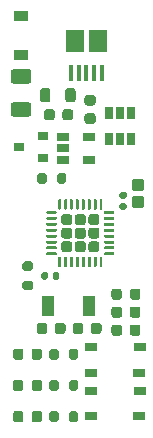
<source format=gbr>
%TF.GenerationSoftware,KiCad,Pcbnew,5.1.9-73d0e3b20d~88~ubuntu20.10.1*%
%TF.CreationDate,2021-01-08T13:25:03-06:00*%
%TF.ProjectId,serafino l432kc,73657261-6669-46e6-9f20-6c3433326b63,rev?*%
%TF.SameCoordinates,Original*%
%TF.FileFunction,Paste,Top*%
%TF.FilePolarity,Positive*%
%FSLAX46Y46*%
G04 Gerber Fmt 4.6, Leading zero omitted, Abs format (unit mm)*
G04 Created by KiCad (PCBNEW 5.1.9-73d0e3b20d~88~ubuntu20.10.1) date 2021-01-08 13:25:03*
%MOMM*%
%LPD*%
G01*
G04 APERTURE LIST*
%ADD10R,1.200000X0.900000*%
%ADD11R,1.500000X1.900000*%
%ADD12R,0.400000X1.350000*%
%ADD13R,0.900000X0.800000*%
%ADD14R,1.050000X0.650000*%
%ADD15R,1.060000X0.650000*%
%ADD16R,0.650000X1.060000*%
%ADD17R,1.000000X1.800000*%
G04 APERTURE END LIST*
%TO.C,C8*%
G36*
G01*
X201083499Y-105684000D02*
X201633501Y-105684000D01*
G75*
G02*
X201883500Y-105933999I0J-249999D01*
G01*
X201883500Y-106509001D01*
G75*
G02*
X201633501Y-106759000I-249999J0D01*
G01*
X201083499Y-106759000D01*
G75*
G02*
X200833500Y-106509001I0J249999D01*
G01*
X200833500Y-105933999D01*
G75*
G02*
X201083499Y-105684000I249999J0D01*
G01*
G37*
G36*
G01*
X201083499Y-107109000D02*
X201633501Y-107109000D01*
G75*
G02*
X201883500Y-107358999I0J-249999D01*
G01*
X201883500Y-107934001D01*
G75*
G02*
X201633501Y-108184000I-249999J0D01*
G01*
X201083499Y-108184000D01*
G75*
G02*
X200833500Y-107934001I0J249999D01*
G01*
X200833500Y-107358999D01*
G75*
G02*
X201083499Y-107109000I249999J0D01*
G01*
G37*
%TD*%
D10*
%TO.C,D2*%
X191452500Y-95185500D03*
X191452500Y-91885500D03*
%TD*%
%TO.C,R1*%
G36*
G01*
X195497000Y-120823400D02*
X195497000Y-120273400D01*
G75*
G02*
X195697000Y-120073400I200000J0D01*
G01*
X196097000Y-120073400D01*
G75*
G02*
X196297000Y-120273400I0J-200000D01*
G01*
X196297000Y-120823400D01*
G75*
G02*
X196097000Y-121023400I-200000J0D01*
G01*
X195697000Y-121023400D01*
G75*
G02*
X195497000Y-120823400I0J200000D01*
G01*
G37*
G36*
G01*
X193847000Y-120823400D02*
X193847000Y-120273400D01*
G75*
G02*
X194047000Y-120073400I200000J0D01*
G01*
X194447000Y-120073400D01*
G75*
G02*
X194647000Y-120273400I0J-200000D01*
G01*
X194647000Y-120823400D01*
G75*
G02*
X194447000Y-121023400I-200000J0D01*
G01*
X194047000Y-121023400D01*
G75*
G02*
X193847000Y-120823400I0J200000D01*
G01*
G37*
%TD*%
%TO.C,R3*%
G36*
G01*
X195497000Y-123465000D02*
X195497000Y-122915000D01*
G75*
G02*
X195697000Y-122715000I200000J0D01*
G01*
X196097000Y-122715000D01*
G75*
G02*
X196297000Y-122915000I0J-200000D01*
G01*
X196297000Y-123465000D01*
G75*
G02*
X196097000Y-123665000I-200000J0D01*
G01*
X195697000Y-123665000D01*
G75*
G02*
X195497000Y-123465000I0J200000D01*
G01*
G37*
G36*
G01*
X193847000Y-123465000D02*
X193847000Y-122915000D01*
G75*
G02*
X194047000Y-122715000I200000J0D01*
G01*
X194447000Y-122715000D01*
G75*
G02*
X194647000Y-122915000I0J-200000D01*
G01*
X194647000Y-123465000D01*
G75*
G02*
X194447000Y-123665000I-200000J0D01*
G01*
X194047000Y-123665000D01*
G75*
G02*
X193847000Y-123465000I0J200000D01*
G01*
G37*
%TD*%
%TO.C,R4*%
G36*
G01*
X193847000Y-126106600D02*
X193847000Y-125556600D01*
G75*
G02*
X194047000Y-125356600I200000J0D01*
G01*
X194447000Y-125356600D01*
G75*
G02*
X194647000Y-125556600I0J-200000D01*
G01*
X194647000Y-126106600D01*
G75*
G02*
X194447000Y-126306600I-200000J0D01*
G01*
X194047000Y-126306600D01*
G75*
G02*
X193847000Y-126106600I0J200000D01*
G01*
G37*
G36*
G01*
X195497000Y-126106600D02*
X195497000Y-125556600D01*
G75*
G02*
X195697000Y-125356600I200000J0D01*
G01*
X196097000Y-125356600D01*
G75*
G02*
X196297000Y-125556600I0J-200000D01*
G01*
X196297000Y-126106600D01*
G75*
G02*
X196097000Y-126306600I-200000J0D01*
G01*
X195697000Y-126306600D01*
G75*
G02*
X195497000Y-126106600I0J200000D01*
G01*
G37*
%TD*%
%TO.C,D4*%
G36*
G01*
X193223600Y-125575350D02*
X193223600Y-126087850D01*
G75*
G02*
X193004850Y-126306600I-218750J0D01*
G01*
X192567350Y-126306600D01*
G75*
G02*
X192348600Y-126087850I0J218750D01*
G01*
X192348600Y-125575350D01*
G75*
G02*
X192567350Y-125356600I218750J0D01*
G01*
X193004850Y-125356600D01*
G75*
G02*
X193223600Y-125575350I0J-218750D01*
G01*
G37*
G36*
G01*
X191648600Y-125575350D02*
X191648600Y-126087850D01*
G75*
G02*
X191429850Y-126306600I-218750J0D01*
G01*
X190992350Y-126306600D01*
G75*
G02*
X190773600Y-126087850I0J218750D01*
G01*
X190773600Y-125575350D01*
G75*
G02*
X190992350Y-125356600I218750J0D01*
G01*
X191429850Y-125356600D01*
G75*
G02*
X191648600Y-125575350I0J-218750D01*
G01*
G37*
%TD*%
%TO.C,D3*%
G36*
G01*
X191648600Y-122933750D02*
X191648600Y-123446250D01*
G75*
G02*
X191429850Y-123665000I-218750J0D01*
G01*
X190992350Y-123665000D01*
G75*
G02*
X190773600Y-123446250I0J218750D01*
G01*
X190773600Y-122933750D01*
G75*
G02*
X190992350Y-122715000I218750J0D01*
G01*
X191429850Y-122715000D01*
G75*
G02*
X191648600Y-122933750I0J-218750D01*
G01*
G37*
G36*
G01*
X193223600Y-122933750D02*
X193223600Y-123446250D01*
G75*
G02*
X193004850Y-123665000I-218750J0D01*
G01*
X192567350Y-123665000D01*
G75*
G02*
X192348600Y-123446250I0J218750D01*
G01*
X192348600Y-122933750D01*
G75*
G02*
X192567350Y-122715000I218750J0D01*
G01*
X193004850Y-122715000D01*
G75*
G02*
X193223600Y-122933750I0J-218750D01*
G01*
G37*
%TD*%
%TO.C,D1*%
G36*
G01*
X193223600Y-120292150D02*
X193223600Y-120804650D01*
G75*
G02*
X193004850Y-121023400I-218750J0D01*
G01*
X192567350Y-121023400D01*
G75*
G02*
X192348600Y-120804650I0J218750D01*
G01*
X192348600Y-120292150D01*
G75*
G02*
X192567350Y-120073400I218750J0D01*
G01*
X193004850Y-120073400D01*
G75*
G02*
X193223600Y-120292150I0J-218750D01*
G01*
G37*
G36*
G01*
X191648600Y-120292150D02*
X191648600Y-120804650D01*
G75*
G02*
X191429850Y-121023400I-218750J0D01*
G01*
X190992350Y-121023400D01*
G75*
G02*
X190773600Y-120804650I0J218750D01*
G01*
X190773600Y-120292150D01*
G75*
G02*
X190992350Y-120073400I218750J0D01*
G01*
X191429850Y-120073400D01*
G75*
G02*
X191648600Y-120292150I0J-218750D01*
G01*
G37*
%TD*%
%TO.C,C1*%
G36*
G01*
X194302500Y-100016500D02*
X194302500Y-100516500D01*
G75*
G02*
X194077500Y-100741500I-225000J0D01*
G01*
X193627500Y-100741500D01*
G75*
G02*
X193402500Y-100516500I0J225000D01*
G01*
X193402500Y-100016500D01*
G75*
G02*
X193627500Y-99791500I225000J0D01*
G01*
X194077500Y-99791500D01*
G75*
G02*
X194302500Y-100016500I0J-225000D01*
G01*
G37*
G36*
G01*
X195852500Y-100016500D02*
X195852500Y-100516500D01*
G75*
G02*
X195627500Y-100741500I-225000J0D01*
G01*
X195177500Y-100741500D01*
G75*
G02*
X194952500Y-100516500I0J225000D01*
G01*
X194952500Y-100016500D01*
G75*
G02*
X195177500Y-99791500I225000J0D01*
G01*
X195627500Y-99791500D01*
G75*
G02*
X195852500Y-100016500I0J-225000D01*
G01*
G37*
%TD*%
%TO.C,C3*%
G36*
G01*
X197544500Y-99497000D02*
X197044500Y-99497000D01*
G75*
G02*
X196819500Y-99272000I0J225000D01*
G01*
X196819500Y-98822000D01*
G75*
G02*
X197044500Y-98597000I225000J0D01*
G01*
X197544500Y-98597000D01*
G75*
G02*
X197769500Y-98822000I0J-225000D01*
G01*
X197769500Y-99272000D01*
G75*
G02*
X197544500Y-99497000I-225000J0D01*
G01*
G37*
G36*
G01*
X197544500Y-101047000D02*
X197044500Y-101047000D01*
G75*
G02*
X196819500Y-100822000I0J225000D01*
G01*
X196819500Y-100372000D01*
G75*
G02*
X197044500Y-100147000I225000J0D01*
G01*
X197544500Y-100147000D01*
G75*
G02*
X197769500Y-100372000I0J-225000D01*
G01*
X197769500Y-100822000D01*
G75*
G02*
X197544500Y-101047000I-225000J0D01*
G01*
G37*
%TD*%
%TO.C,C4*%
G36*
G01*
X193667500Y-118114000D02*
X193667500Y-118614000D01*
G75*
G02*
X193442500Y-118839000I-225000J0D01*
G01*
X192992500Y-118839000D01*
G75*
G02*
X192767500Y-118614000I0J225000D01*
G01*
X192767500Y-118114000D01*
G75*
G02*
X192992500Y-117889000I225000J0D01*
G01*
X193442500Y-117889000D01*
G75*
G02*
X193667500Y-118114000I0J-225000D01*
G01*
G37*
G36*
G01*
X195217500Y-118114000D02*
X195217500Y-118614000D01*
G75*
G02*
X194992500Y-118839000I-225000J0D01*
G01*
X194542500Y-118839000D01*
G75*
G02*
X194317500Y-118614000I0J225000D01*
G01*
X194317500Y-118114000D01*
G75*
G02*
X194542500Y-117889000I225000J0D01*
G01*
X194992500Y-117889000D01*
G75*
G02*
X195217500Y-118114000I0J-225000D01*
G01*
G37*
%TD*%
%TO.C,C5*%
G36*
G01*
X195815500Y-118614000D02*
X195815500Y-118114000D01*
G75*
G02*
X196040500Y-117889000I225000J0D01*
G01*
X196490500Y-117889000D01*
G75*
G02*
X196715500Y-118114000I0J-225000D01*
G01*
X196715500Y-118614000D01*
G75*
G02*
X196490500Y-118839000I-225000J0D01*
G01*
X196040500Y-118839000D01*
G75*
G02*
X195815500Y-118614000I0J225000D01*
G01*
G37*
G36*
G01*
X197365500Y-118614000D02*
X197365500Y-118114000D01*
G75*
G02*
X197590500Y-117889000I225000J0D01*
G01*
X198040500Y-117889000D01*
G75*
G02*
X198265500Y-118114000I0J-225000D01*
G01*
X198265500Y-118614000D01*
G75*
G02*
X198040500Y-118839000I-225000J0D01*
G01*
X197590500Y-118839000D01*
G75*
G02*
X197365500Y-118614000I0J225000D01*
G01*
G37*
%TD*%
%TO.C,C6*%
G36*
G01*
X199918500Y-106809000D02*
X200258500Y-106809000D01*
G75*
G02*
X200398500Y-106949000I0J-140000D01*
G01*
X200398500Y-107229000D01*
G75*
G02*
X200258500Y-107369000I-140000J0D01*
G01*
X199918500Y-107369000D01*
G75*
G02*
X199778500Y-107229000I0J140000D01*
G01*
X199778500Y-106949000D01*
G75*
G02*
X199918500Y-106809000I140000J0D01*
G01*
G37*
G36*
G01*
X199918500Y-107769000D02*
X200258500Y-107769000D01*
G75*
G02*
X200398500Y-107909000I0J-140000D01*
G01*
X200398500Y-108189000D01*
G75*
G02*
X200258500Y-108329000I-140000J0D01*
G01*
X199918500Y-108329000D01*
G75*
G02*
X199778500Y-108189000I0J140000D01*
G01*
X199778500Y-107909000D01*
G75*
G02*
X199918500Y-107769000I140000J0D01*
G01*
G37*
%TD*%
%TO.C,C7*%
G36*
G01*
X193729000Y-113749000D02*
X193729000Y-114089000D01*
G75*
G02*
X193589000Y-114229000I-140000J0D01*
G01*
X193309000Y-114229000D01*
G75*
G02*
X193169000Y-114089000I0J140000D01*
G01*
X193169000Y-113749000D01*
G75*
G02*
X193309000Y-113609000I140000J0D01*
G01*
X193589000Y-113609000D01*
G75*
G02*
X193729000Y-113749000I0J-140000D01*
G01*
G37*
G36*
G01*
X194689000Y-113749000D02*
X194689000Y-114089000D01*
G75*
G02*
X194549000Y-114229000I-140000J0D01*
G01*
X194269000Y-114229000D01*
G75*
G02*
X194129000Y-114089000I0J140000D01*
G01*
X194129000Y-113749000D01*
G75*
G02*
X194269000Y-113609000I140000J0D01*
G01*
X194549000Y-113609000D01*
G75*
G02*
X194689000Y-113749000I0J-140000D01*
G01*
G37*
%TD*%
%TO.C,C9*%
G36*
G01*
X199104800Y-118766400D02*
X199104800Y-118266400D01*
G75*
G02*
X199329800Y-118041400I225000J0D01*
G01*
X199779800Y-118041400D01*
G75*
G02*
X200004800Y-118266400I0J-225000D01*
G01*
X200004800Y-118766400D01*
G75*
G02*
X199779800Y-118991400I-225000J0D01*
G01*
X199329800Y-118991400D01*
G75*
G02*
X199104800Y-118766400I0J225000D01*
G01*
G37*
G36*
G01*
X200654800Y-118766400D02*
X200654800Y-118266400D01*
G75*
G02*
X200879800Y-118041400I225000J0D01*
G01*
X201329800Y-118041400D01*
G75*
G02*
X201554800Y-118266400I0J-225000D01*
G01*
X201554800Y-118766400D01*
G75*
G02*
X201329800Y-118991400I-225000J0D01*
G01*
X200879800Y-118991400D01*
G75*
G02*
X200654800Y-118766400I0J225000D01*
G01*
G37*
%TD*%
%TO.C,C10*%
G36*
G01*
X200654800Y-117242400D02*
X200654800Y-116742400D01*
G75*
G02*
X200879800Y-116517400I225000J0D01*
G01*
X201329800Y-116517400D01*
G75*
G02*
X201554800Y-116742400I0J-225000D01*
G01*
X201554800Y-117242400D01*
G75*
G02*
X201329800Y-117467400I-225000J0D01*
G01*
X200879800Y-117467400D01*
G75*
G02*
X200654800Y-117242400I0J225000D01*
G01*
G37*
G36*
G01*
X199104800Y-117242400D02*
X199104800Y-116742400D01*
G75*
G02*
X199329800Y-116517400I225000J0D01*
G01*
X199779800Y-116517400D01*
G75*
G02*
X200004800Y-116742400I0J-225000D01*
G01*
X200004800Y-117242400D01*
G75*
G02*
X199779800Y-117467400I-225000J0D01*
G01*
X199329800Y-117467400D01*
G75*
G02*
X199104800Y-117242400I0J225000D01*
G01*
G37*
%TD*%
%TO.C,F1*%
G36*
G01*
X192077500Y-97650000D02*
X190827500Y-97650000D01*
G75*
G02*
X190577500Y-97400000I0J250000D01*
G01*
X190577500Y-96650000D01*
G75*
G02*
X190827500Y-96400000I250000J0D01*
G01*
X192077500Y-96400000D01*
G75*
G02*
X192327500Y-96650000I0J-250000D01*
G01*
X192327500Y-97400000D01*
G75*
G02*
X192077500Y-97650000I-250000J0D01*
G01*
G37*
G36*
G01*
X192077500Y-100450000D02*
X190827500Y-100450000D01*
G75*
G02*
X190577500Y-100200000I0J250000D01*
G01*
X190577500Y-99450000D01*
G75*
G02*
X190827500Y-99200000I250000J0D01*
G01*
X192077500Y-99200000D01*
G75*
G02*
X192327500Y-99450000I0J-250000D01*
G01*
X192327500Y-100200000D01*
G75*
G02*
X192077500Y-100450000I-250000J0D01*
G01*
G37*
%TD*%
%TO.C,FB1*%
G36*
G01*
X195189000Y-98996750D02*
X195189000Y-98234250D01*
G75*
G02*
X195407750Y-98015500I218750J0D01*
G01*
X195845250Y-98015500D01*
G75*
G02*
X196064000Y-98234250I0J-218750D01*
G01*
X196064000Y-98996750D01*
G75*
G02*
X195845250Y-99215500I-218750J0D01*
G01*
X195407750Y-99215500D01*
G75*
G02*
X195189000Y-98996750I0J218750D01*
G01*
G37*
G36*
G01*
X193064000Y-98996750D02*
X193064000Y-98234250D01*
G75*
G02*
X193282750Y-98015500I218750J0D01*
G01*
X193720250Y-98015500D01*
G75*
G02*
X193939000Y-98234250I0J-218750D01*
G01*
X193939000Y-98996750D01*
G75*
G02*
X193720250Y-99215500I-218750J0D01*
G01*
X193282750Y-99215500D01*
G75*
G02*
X193064000Y-98996750I0J218750D01*
G01*
G37*
%TD*%
D11*
%TO.C,J1*%
X195977000Y-94012500D03*
D12*
X197627000Y-96712500D03*
X198277000Y-96712500D03*
X195677000Y-96712500D03*
X196327000Y-96712500D03*
X196977000Y-96712500D03*
D11*
X197977000Y-94012500D03*
%TD*%
%TO.C,L1*%
G36*
G01*
X201554800Y-115212150D02*
X201554800Y-115724650D01*
G75*
G02*
X201336050Y-115943400I-218750J0D01*
G01*
X200898550Y-115943400D01*
G75*
G02*
X200679800Y-115724650I0J218750D01*
G01*
X200679800Y-115212150D01*
G75*
G02*
X200898550Y-114993400I218750J0D01*
G01*
X201336050Y-114993400D01*
G75*
G02*
X201554800Y-115212150I0J-218750D01*
G01*
G37*
G36*
G01*
X199979800Y-115212150D02*
X199979800Y-115724650D01*
G75*
G02*
X199761050Y-115943400I-218750J0D01*
G01*
X199323550Y-115943400D01*
G75*
G02*
X199104800Y-115724650I0J218750D01*
G01*
X199104800Y-115212150D01*
G75*
G02*
X199323550Y-114993400I218750J0D01*
G01*
X199761050Y-114993400D01*
G75*
G02*
X199979800Y-115212150I0J-218750D01*
G01*
G37*
%TD*%
D13*
%TO.C,Q1*%
X191278000Y-102997000D03*
X193278000Y-102047000D03*
X193278000Y-103947000D03*
%TD*%
%TO.C,R2*%
G36*
G01*
X192299000Y-115144000D02*
X191749000Y-115144000D01*
G75*
G02*
X191549000Y-114944000I0J200000D01*
G01*
X191549000Y-114544000D01*
G75*
G02*
X191749000Y-114344000I200000J0D01*
G01*
X192299000Y-114344000D01*
G75*
G02*
X192499000Y-114544000I0J-200000D01*
G01*
X192499000Y-114944000D01*
G75*
G02*
X192299000Y-115144000I-200000J0D01*
G01*
G37*
G36*
G01*
X192299000Y-113494000D02*
X191749000Y-113494000D01*
G75*
G02*
X191549000Y-113294000I0J200000D01*
G01*
X191549000Y-112894000D01*
G75*
G02*
X191749000Y-112694000I200000J0D01*
G01*
X192299000Y-112694000D01*
G75*
G02*
X192499000Y-112894000I0J-200000D01*
G01*
X192499000Y-113294000D01*
G75*
G02*
X192299000Y-113494000I-200000J0D01*
G01*
G37*
%TD*%
D14*
%TO.C,SW1*%
X201465400Y-125789000D03*
X201490400Y-123639000D03*
X197340400Y-125789000D03*
X197340400Y-123639000D03*
%TD*%
D15*
%TO.C,U1*%
X197188000Y-102174000D03*
X197188000Y-104074000D03*
X194988000Y-104074000D03*
X194988000Y-103124000D03*
X194988000Y-102174000D03*
%TD*%
D16*
%TO.C,U2*%
X200784500Y-100119000D03*
X199834500Y-100119000D03*
X198884500Y-100119000D03*
X198884500Y-102319000D03*
X200784500Y-102319000D03*
X199834500Y-102319000D03*
%TD*%
%TO.C,U3*%
G36*
G01*
X197851500Y-109614500D02*
X197386500Y-109614500D01*
G75*
G02*
X197154000Y-109382000I0J232500D01*
G01*
X197154000Y-108917000D01*
G75*
G02*
X197386500Y-108684500I232500J0D01*
G01*
X197851500Y-108684500D01*
G75*
G02*
X198084000Y-108917000I0J-232500D01*
G01*
X198084000Y-109382000D01*
G75*
G02*
X197851500Y-109614500I-232500J0D01*
G01*
G37*
G36*
G01*
X196701500Y-109614500D02*
X196236500Y-109614500D01*
G75*
G02*
X196004000Y-109382000I0J232500D01*
G01*
X196004000Y-108917000D01*
G75*
G02*
X196236500Y-108684500I232500J0D01*
G01*
X196701500Y-108684500D01*
G75*
G02*
X196934000Y-108917000I0J-232500D01*
G01*
X196934000Y-109382000D01*
G75*
G02*
X196701500Y-109614500I-232500J0D01*
G01*
G37*
G36*
G01*
X195551500Y-109614500D02*
X195086500Y-109614500D01*
G75*
G02*
X194854000Y-109382000I0J232500D01*
G01*
X194854000Y-108917000D01*
G75*
G02*
X195086500Y-108684500I232500J0D01*
G01*
X195551500Y-108684500D01*
G75*
G02*
X195784000Y-108917000I0J-232500D01*
G01*
X195784000Y-109382000D01*
G75*
G02*
X195551500Y-109614500I-232500J0D01*
G01*
G37*
G36*
G01*
X197851500Y-110764500D02*
X197386500Y-110764500D01*
G75*
G02*
X197154000Y-110532000I0J232500D01*
G01*
X197154000Y-110067000D01*
G75*
G02*
X197386500Y-109834500I232500J0D01*
G01*
X197851500Y-109834500D01*
G75*
G02*
X198084000Y-110067000I0J-232500D01*
G01*
X198084000Y-110532000D01*
G75*
G02*
X197851500Y-110764500I-232500J0D01*
G01*
G37*
G36*
G01*
X196701500Y-110764500D02*
X196236500Y-110764500D01*
G75*
G02*
X196004000Y-110532000I0J232500D01*
G01*
X196004000Y-110067000D01*
G75*
G02*
X196236500Y-109834500I232500J0D01*
G01*
X196701500Y-109834500D01*
G75*
G02*
X196934000Y-110067000I0J-232500D01*
G01*
X196934000Y-110532000D01*
G75*
G02*
X196701500Y-110764500I-232500J0D01*
G01*
G37*
G36*
G01*
X195551500Y-110764500D02*
X195086500Y-110764500D01*
G75*
G02*
X194854000Y-110532000I0J232500D01*
G01*
X194854000Y-110067000D01*
G75*
G02*
X195086500Y-109834500I232500J0D01*
G01*
X195551500Y-109834500D01*
G75*
G02*
X195784000Y-110067000I0J-232500D01*
G01*
X195784000Y-110532000D01*
G75*
G02*
X195551500Y-110764500I-232500J0D01*
G01*
G37*
G36*
G01*
X197851500Y-111914500D02*
X197386500Y-111914500D01*
G75*
G02*
X197154000Y-111682000I0J232500D01*
G01*
X197154000Y-111217000D01*
G75*
G02*
X197386500Y-110984500I232500J0D01*
G01*
X197851500Y-110984500D01*
G75*
G02*
X198084000Y-111217000I0J-232500D01*
G01*
X198084000Y-111682000D01*
G75*
G02*
X197851500Y-111914500I-232500J0D01*
G01*
G37*
G36*
G01*
X196701500Y-111914500D02*
X196236500Y-111914500D01*
G75*
G02*
X196004000Y-111682000I0J232500D01*
G01*
X196004000Y-111217000D01*
G75*
G02*
X196236500Y-110984500I232500J0D01*
G01*
X196701500Y-110984500D01*
G75*
G02*
X196934000Y-111217000I0J-232500D01*
G01*
X196934000Y-111682000D01*
G75*
G02*
X196701500Y-111914500I-232500J0D01*
G01*
G37*
G36*
G01*
X195551500Y-111914500D02*
X195086500Y-111914500D01*
G75*
G02*
X194854000Y-111682000I0J232500D01*
G01*
X194854000Y-111217000D01*
G75*
G02*
X195086500Y-110984500I232500J0D01*
G01*
X195551500Y-110984500D01*
G75*
G02*
X195784000Y-111217000I0J-232500D01*
G01*
X195784000Y-111682000D01*
G75*
G02*
X195551500Y-111914500I-232500J0D01*
G01*
G37*
G36*
G01*
X194406500Y-112174500D02*
X193656500Y-112174500D01*
G75*
G02*
X193594000Y-112112000I0J62500D01*
G01*
X193594000Y-111987000D01*
G75*
G02*
X193656500Y-111924500I62500J0D01*
G01*
X194406500Y-111924500D01*
G75*
G02*
X194469000Y-111987000I0J-62500D01*
G01*
X194469000Y-112112000D01*
G75*
G02*
X194406500Y-112174500I-62500J0D01*
G01*
G37*
G36*
G01*
X194406500Y-111674500D02*
X193656500Y-111674500D01*
G75*
G02*
X193594000Y-111612000I0J62500D01*
G01*
X193594000Y-111487000D01*
G75*
G02*
X193656500Y-111424500I62500J0D01*
G01*
X194406500Y-111424500D01*
G75*
G02*
X194469000Y-111487000I0J-62500D01*
G01*
X194469000Y-111612000D01*
G75*
G02*
X194406500Y-111674500I-62500J0D01*
G01*
G37*
G36*
G01*
X194406500Y-111174500D02*
X193656500Y-111174500D01*
G75*
G02*
X193594000Y-111112000I0J62500D01*
G01*
X193594000Y-110987000D01*
G75*
G02*
X193656500Y-110924500I62500J0D01*
G01*
X194406500Y-110924500D01*
G75*
G02*
X194469000Y-110987000I0J-62500D01*
G01*
X194469000Y-111112000D01*
G75*
G02*
X194406500Y-111174500I-62500J0D01*
G01*
G37*
G36*
G01*
X194406500Y-110674500D02*
X193656500Y-110674500D01*
G75*
G02*
X193594000Y-110612000I0J62500D01*
G01*
X193594000Y-110487000D01*
G75*
G02*
X193656500Y-110424500I62500J0D01*
G01*
X194406500Y-110424500D01*
G75*
G02*
X194469000Y-110487000I0J-62500D01*
G01*
X194469000Y-110612000D01*
G75*
G02*
X194406500Y-110674500I-62500J0D01*
G01*
G37*
G36*
G01*
X194406500Y-110174500D02*
X193656500Y-110174500D01*
G75*
G02*
X193594000Y-110112000I0J62500D01*
G01*
X193594000Y-109987000D01*
G75*
G02*
X193656500Y-109924500I62500J0D01*
G01*
X194406500Y-109924500D01*
G75*
G02*
X194469000Y-109987000I0J-62500D01*
G01*
X194469000Y-110112000D01*
G75*
G02*
X194406500Y-110174500I-62500J0D01*
G01*
G37*
G36*
G01*
X194406500Y-109674500D02*
X193656500Y-109674500D01*
G75*
G02*
X193594000Y-109612000I0J62500D01*
G01*
X193594000Y-109487000D01*
G75*
G02*
X193656500Y-109424500I62500J0D01*
G01*
X194406500Y-109424500D01*
G75*
G02*
X194469000Y-109487000I0J-62500D01*
G01*
X194469000Y-109612000D01*
G75*
G02*
X194406500Y-109674500I-62500J0D01*
G01*
G37*
G36*
G01*
X194406500Y-109174500D02*
X193656500Y-109174500D01*
G75*
G02*
X193594000Y-109112000I0J62500D01*
G01*
X193594000Y-108987000D01*
G75*
G02*
X193656500Y-108924500I62500J0D01*
G01*
X194406500Y-108924500D01*
G75*
G02*
X194469000Y-108987000I0J-62500D01*
G01*
X194469000Y-109112000D01*
G75*
G02*
X194406500Y-109174500I-62500J0D01*
G01*
G37*
G36*
G01*
X194406500Y-108674500D02*
X193656500Y-108674500D01*
G75*
G02*
X193594000Y-108612000I0J62500D01*
G01*
X193594000Y-108487000D01*
G75*
G02*
X193656500Y-108424500I62500J0D01*
G01*
X194406500Y-108424500D01*
G75*
G02*
X194469000Y-108487000I0J-62500D01*
G01*
X194469000Y-108612000D01*
G75*
G02*
X194406500Y-108674500I-62500J0D01*
G01*
G37*
G36*
G01*
X194781500Y-108299500D02*
X194656500Y-108299500D01*
G75*
G02*
X194594000Y-108237000I0J62500D01*
G01*
X194594000Y-107487000D01*
G75*
G02*
X194656500Y-107424500I62500J0D01*
G01*
X194781500Y-107424500D01*
G75*
G02*
X194844000Y-107487000I0J-62500D01*
G01*
X194844000Y-108237000D01*
G75*
G02*
X194781500Y-108299500I-62500J0D01*
G01*
G37*
G36*
G01*
X195281500Y-108299500D02*
X195156500Y-108299500D01*
G75*
G02*
X195094000Y-108237000I0J62500D01*
G01*
X195094000Y-107487000D01*
G75*
G02*
X195156500Y-107424500I62500J0D01*
G01*
X195281500Y-107424500D01*
G75*
G02*
X195344000Y-107487000I0J-62500D01*
G01*
X195344000Y-108237000D01*
G75*
G02*
X195281500Y-108299500I-62500J0D01*
G01*
G37*
G36*
G01*
X195781500Y-108299500D02*
X195656500Y-108299500D01*
G75*
G02*
X195594000Y-108237000I0J62500D01*
G01*
X195594000Y-107487000D01*
G75*
G02*
X195656500Y-107424500I62500J0D01*
G01*
X195781500Y-107424500D01*
G75*
G02*
X195844000Y-107487000I0J-62500D01*
G01*
X195844000Y-108237000D01*
G75*
G02*
X195781500Y-108299500I-62500J0D01*
G01*
G37*
G36*
G01*
X196281500Y-108299500D02*
X196156500Y-108299500D01*
G75*
G02*
X196094000Y-108237000I0J62500D01*
G01*
X196094000Y-107487000D01*
G75*
G02*
X196156500Y-107424500I62500J0D01*
G01*
X196281500Y-107424500D01*
G75*
G02*
X196344000Y-107487000I0J-62500D01*
G01*
X196344000Y-108237000D01*
G75*
G02*
X196281500Y-108299500I-62500J0D01*
G01*
G37*
G36*
G01*
X196781500Y-108299500D02*
X196656500Y-108299500D01*
G75*
G02*
X196594000Y-108237000I0J62500D01*
G01*
X196594000Y-107487000D01*
G75*
G02*
X196656500Y-107424500I62500J0D01*
G01*
X196781500Y-107424500D01*
G75*
G02*
X196844000Y-107487000I0J-62500D01*
G01*
X196844000Y-108237000D01*
G75*
G02*
X196781500Y-108299500I-62500J0D01*
G01*
G37*
G36*
G01*
X197281500Y-108299500D02*
X197156500Y-108299500D01*
G75*
G02*
X197094000Y-108237000I0J62500D01*
G01*
X197094000Y-107487000D01*
G75*
G02*
X197156500Y-107424500I62500J0D01*
G01*
X197281500Y-107424500D01*
G75*
G02*
X197344000Y-107487000I0J-62500D01*
G01*
X197344000Y-108237000D01*
G75*
G02*
X197281500Y-108299500I-62500J0D01*
G01*
G37*
G36*
G01*
X197781500Y-108299500D02*
X197656500Y-108299500D01*
G75*
G02*
X197594000Y-108237000I0J62500D01*
G01*
X197594000Y-107487000D01*
G75*
G02*
X197656500Y-107424500I62500J0D01*
G01*
X197781500Y-107424500D01*
G75*
G02*
X197844000Y-107487000I0J-62500D01*
G01*
X197844000Y-108237000D01*
G75*
G02*
X197781500Y-108299500I-62500J0D01*
G01*
G37*
G36*
G01*
X198281500Y-108299500D02*
X198156500Y-108299500D01*
G75*
G02*
X198094000Y-108237000I0J62500D01*
G01*
X198094000Y-107487000D01*
G75*
G02*
X198156500Y-107424500I62500J0D01*
G01*
X198281500Y-107424500D01*
G75*
G02*
X198344000Y-107487000I0J-62500D01*
G01*
X198344000Y-108237000D01*
G75*
G02*
X198281500Y-108299500I-62500J0D01*
G01*
G37*
G36*
G01*
X199281500Y-108674500D02*
X198531500Y-108674500D01*
G75*
G02*
X198469000Y-108612000I0J62500D01*
G01*
X198469000Y-108487000D01*
G75*
G02*
X198531500Y-108424500I62500J0D01*
G01*
X199281500Y-108424500D01*
G75*
G02*
X199344000Y-108487000I0J-62500D01*
G01*
X199344000Y-108612000D01*
G75*
G02*
X199281500Y-108674500I-62500J0D01*
G01*
G37*
G36*
G01*
X199281500Y-109174500D02*
X198531500Y-109174500D01*
G75*
G02*
X198469000Y-109112000I0J62500D01*
G01*
X198469000Y-108987000D01*
G75*
G02*
X198531500Y-108924500I62500J0D01*
G01*
X199281500Y-108924500D01*
G75*
G02*
X199344000Y-108987000I0J-62500D01*
G01*
X199344000Y-109112000D01*
G75*
G02*
X199281500Y-109174500I-62500J0D01*
G01*
G37*
G36*
G01*
X199281500Y-109674500D02*
X198531500Y-109674500D01*
G75*
G02*
X198469000Y-109612000I0J62500D01*
G01*
X198469000Y-109487000D01*
G75*
G02*
X198531500Y-109424500I62500J0D01*
G01*
X199281500Y-109424500D01*
G75*
G02*
X199344000Y-109487000I0J-62500D01*
G01*
X199344000Y-109612000D01*
G75*
G02*
X199281500Y-109674500I-62500J0D01*
G01*
G37*
G36*
G01*
X199281500Y-110174500D02*
X198531500Y-110174500D01*
G75*
G02*
X198469000Y-110112000I0J62500D01*
G01*
X198469000Y-109987000D01*
G75*
G02*
X198531500Y-109924500I62500J0D01*
G01*
X199281500Y-109924500D01*
G75*
G02*
X199344000Y-109987000I0J-62500D01*
G01*
X199344000Y-110112000D01*
G75*
G02*
X199281500Y-110174500I-62500J0D01*
G01*
G37*
G36*
G01*
X199281500Y-110674500D02*
X198531500Y-110674500D01*
G75*
G02*
X198469000Y-110612000I0J62500D01*
G01*
X198469000Y-110487000D01*
G75*
G02*
X198531500Y-110424500I62500J0D01*
G01*
X199281500Y-110424500D01*
G75*
G02*
X199344000Y-110487000I0J-62500D01*
G01*
X199344000Y-110612000D01*
G75*
G02*
X199281500Y-110674500I-62500J0D01*
G01*
G37*
G36*
G01*
X199281500Y-111174500D02*
X198531500Y-111174500D01*
G75*
G02*
X198469000Y-111112000I0J62500D01*
G01*
X198469000Y-110987000D01*
G75*
G02*
X198531500Y-110924500I62500J0D01*
G01*
X199281500Y-110924500D01*
G75*
G02*
X199344000Y-110987000I0J-62500D01*
G01*
X199344000Y-111112000D01*
G75*
G02*
X199281500Y-111174500I-62500J0D01*
G01*
G37*
G36*
G01*
X199281500Y-111674500D02*
X198531500Y-111674500D01*
G75*
G02*
X198469000Y-111612000I0J62500D01*
G01*
X198469000Y-111487000D01*
G75*
G02*
X198531500Y-111424500I62500J0D01*
G01*
X199281500Y-111424500D01*
G75*
G02*
X199344000Y-111487000I0J-62500D01*
G01*
X199344000Y-111612000D01*
G75*
G02*
X199281500Y-111674500I-62500J0D01*
G01*
G37*
G36*
G01*
X199281500Y-112174500D02*
X198531500Y-112174500D01*
G75*
G02*
X198469000Y-112112000I0J62500D01*
G01*
X198469000Y-111987000D01*
G75*
G02*
X198531500Y-111924500I62500J0D01*
G01*
X199281500Y-111924500D01*
G75*
G02*
X199344000Y-111987000I0J-62500D01*
G01*
X199344000Y-112112000D01*
G75*
G02*
X199281500Y-112174500I-62500J0D01*
G01*
G37*
G36*
G01*
X198281500Y-113174500D02*
X198156500Y-113174500D01*
G75*
G02*
X198094000Y-113112000I0J62500D01*
G01*
X198094000Y-112362000D01*
G75*
G02*
X198156500Y-112299500I62500J0D01*
G01*
X198281500Y-112299500D01*
G75*
G02*
X198344000Y-112362000I0J-62500D01*
G01*
X198344000Y-113112000D01*
G75*
G02*
X198281500Y-113174500I-62500J0D01*
G01*
G37*
G36*
G01*
X197781500Y-113174500D02*
X197656500Y-113174500D01*
G75*
G02*
X197594000Y-113112000I0J62500D01*
G01*
X197594000Y-112362000D01*
G75*
G02*
X197656500Y-112299500I62500J0D01*
G01*
X197781500Y-112299500D01*
G75*
G02*
X197844000Y-112362000I0J-62500D01*
G01*
X197844000Y-113112000D01*
G75*
G02*
X197781500Y-113174500I-62500J0D01*
G01*
G37*
G36*
G01*
X197281500Y-113174500D02*
X197156500Y-113174500D01*
G75*
G02*
X197094000Y-113112000I0J62500D01*
G01*
X197094000Y-112362000D01*
G75*
G02*
X197156500Y-112299500I62500J0D01*
G01*
X197281500Y-112299500D01*
G75*
G02*
X197344000Y-112362000I0J-62500D01*
G01*
X197344000Y-113112000D01*
G75*
G02*
X197281500Y-113174500I-62500J0D01*
G01*
G37*
G36*
G01*
X196781500Y-113174500D02*
X196656500Y-113174500D01*
G75*
G02*
X196594000Y-113112000I0J62500D01*
G01*
X196594000Y-112362000D01*
G75*
G02*
X196656500Y-112299500I62500J0D01*
G01*
X196781500Y-112299500D01*
G75*
G02*
X196844000Y-112362000I0J-62500D01*
G01*
X196844000Y-113112000D01*
G75*
G02*
X196781500Y-113174500I-62500J0D01*
G01*
G37*
G36*
G01*
X196281500Y-113174500D02*
X196156500Y-113174500D01*
G75*
G02*
X196094000Y-113112000I0J62500D01*
G01*
X196094000Y-112362000D01*
G75*
G02*
X196156500Y-112299500I62500J0D01*
G01*
X196281500Y-112299500D01*
G75*
G02*
X196344000Y-112362000I0J-62500D01*
G01*
X196344000Y-113112000D01*
G75*
G02*
X196281500Y-113174500I-62500J0D01*
G01*
G37*
G36*
G01*
X195781500Y-113174500D02*
X195656500Y-113174500D01*
G75*
G02*
X195594000Y-113112000I0J62500D01*
G01*
X195594000Y-112362000D01*
G75*
G02*
X195656500Y-112299500I62500J0D01*
G01*
X195781500Y-112299500D01*
G75*
G02*
X195844000Y-112362000I0J-62500D01*
G01*
X195844000Y-113112000D01*
G75*
G02*
X195781500Y-113174500I-62500J0D01*
G01*
G37*
G36*
G01*
X195281500Y-113174500D02*
X195156500Y-113174500D01*
G75*
G02*
X195094000Y-113112000I0J62500D01*
G01*
X195094000Y-112362000D01*
G75*
G02*
X195156500Y-112299500I62500J0D01*
G01*
X195281500Y-112299500D01*
G75*
G02*
X195344000Y-112362000I0J-62500D01*
G01*
X195344000Y-113112000D01*
G75*
G02*
X195281500Y-113174500I-62500J0D01*
G01*
G37*
G36*
G01*
X194781500Y-113174500D02*
X194656500Y-113174500D01*
G75*
G02*
X194594000Y-113112000I0J62500D01*
G01*
X194594000Y-112362000D01*
G75*
G02*
X194656500Y-112299500I62500J0D01*
G01*
X194781500Y-112299500D01*
G75*
G02*
X194844000Y-112362000I0J-62500D01*
G01*
X194844000Y-113112000D01*
G75*
G02*
X194781500Y-113174500I-62500J0D01*
G01*
G37*
%TD*%
D17*
%TO.C,Y1*%
X193703000Y-116459000D03*
X197203000Y-116459000D03*
%TD*%
%TO.C,R5*%
G36*
G01*
X195281000Y-105389000D02*
X195281000Y-105939000D01*
G75*
G02*
X195081000Y-106139000I-200000J0D01*
G01*
X194681000Y-106139000D01*
G75*
G02*
X194481000Y-105939000I0J200000D01*
G01*
X194481000Y-105389000D01*
G75*
G02*
X194681000Y-105189000I200000J0D01*
G01*
X195081000Y-105189000D01*
G75*
G02*
X195281000Y-105389000I0J-200000D01*
G01*
G37*
G36*
G01*
X193631000Y-105389000D02*
X193631000Y-105939000D01*
G75*
G02*
X193431000Y-106139000I-200000J0D01*
G01*
X193031000Y-106139000D01*
G75*
G02*
X192831000Y-105939000I0J200000D01*
G01*
X192831000Y-105389000D01*
G75*
G02*
X193031000Y-105189000I200000J0D01*
G01*
X193431000Y-105189000D01*
G75*
G02*
X193631000Y-105389000I0J-200000D01*
G01*
G37*
%TD*%
D14*
%TO.C,SW2*%
X201465400Y-122106000D03*
X201490400Y-119956000D03*
X197340400Y-122106000D03*
X197340400Y-119956000D03*
%TD*%
M02*

</source>
